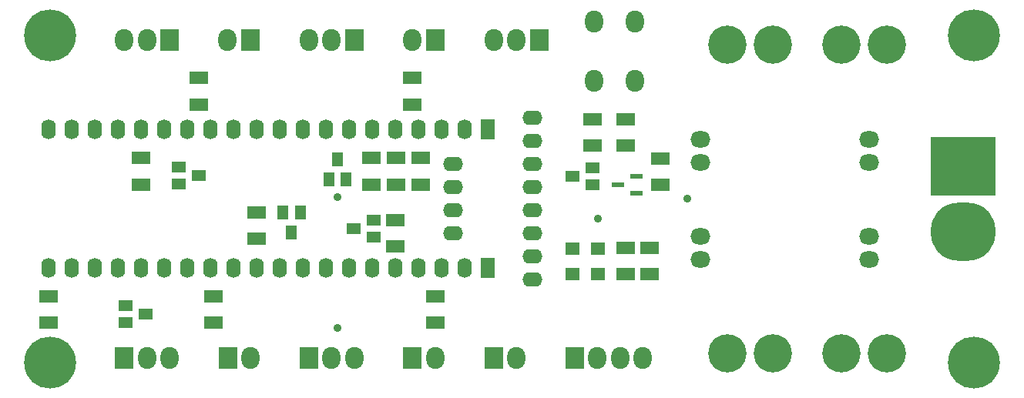
<source format=gbr>
%TF.GenerationSoftware,Altium Limited,Altium Designer,23.6.0 (18)*%
G04 Layer_Color=16711935*
%FSLAX45Y45*%
%MOMM*%
%TF.SameCoordinates,8109348C-C8A1-492E-8D21-29312D9C8BDA*%
%TF.FilePolarity,Negative*%
%TF.FileFunction,Soldermask,Bot*%
%TF.Part,Single*%
G01*
G75*
%TA.AperFunction,SMDPad,CuDef*%
%ADD42R,1.32080X0.55880*%
%TA.AperFunction,ViaPad*%
%ADD53C,5.70320*%
%TA.AperFunction,ComponentPad*%
%ADD54O,2.00320X2.40320*%
%ADD55O,2.00320X2.40320*%
%ADD56C,4.20320*%
%ADD57R,7.20320X6.40320*%
%ADD58O,7.20320X6.40320*%
%ADD59R,2.00320X2.40320*%
%ADD60O,2.20320X1.60320*%
%ADD61O,2.20320X1.80320*%
%ADD62O,1.60320X2.20320*%
%ADD63R,1.60320X2.20320*%
%TA.AperFunction,ViaPad*%
%ADD64C,0.90320*%
%TA.AperFunction,SMDPad,CuDef*%
%ADD65R,2.00320X1.35320*%
%ADD66R,1.60320X1.40320*%
%ADD67R,1.60320X1.20320*%
%ADD68R,1.20320X1.60320*%
D42*
X6739100Y2349996D02*
D03*
Y2159996D02*
D03*
X6535900Y2254996D02*
D03*
D53*
X10450000Y300000D02*
D03*
Y3900000D02*
D03*
X300000D02*
D03*
Y300000D02*
D03*
D54*
X6272500Y4050000D02*
D03*
X6722500Y4050000D02*
D03*
X6272500Y3400000D02*
D03*
X6722500D02*
D03*
D55*
X2248512Y3850000D02*
D03*
X4530512Y349999D02*
D03*
X2500512D02*
D03*
X4278512Y3850000D02*
D03*
X5420512Y349999D02*
D03*
X6560512D02*
D03*
X6810512D02*
D03*
X6310512D02*
D03*
X3390512Y3850000D02*
D03*
X3140512D02*
D03*
X1360100D02*
D03*
X1110100D02*
D03*
X5420512D02*
D03*
X5170512D02*
D03*
X3390512Y349999D02*
D03*
X3640512D02*
D03*
X1360100D02*
D03*
X1610100D02*
D03*
D56*
X9495000Y3800000D02*
D03*
X8995000D02*
D03*
X8240000D02*
D03*
X7740000D02*
D03*
Y400000D02*
D03*
X8240000D02*
D03*
X8995000D02*
D03*
X9495000D02*
D03*
D57*
X10330000Y2460000D02*
D03*
D58*
Y1740000D02*
D03*
D59*
X2250512Y349999D02*
D03*
X6060512D02*
D03*
X4528512Y3850000D02*
D03*
X3640512D02*
D03*
X2498512D02*
D03*
X1610100D02*
D03*
X5670512D02*
D03*
X3140512Y349999D02*
D03*
X4280512D02*
D03*
X1110100D02*
D03*
X5170512D02*
D03*
D60*
X5600000Y2989000D02*
D03*
Y2735000D02*
D03*
Y2481000D02*
D03*
Y2227000D02*
D03*
Y1973000D02*
D03*
Y1719000D02*
D03*
Y1465000D02*
D03*
Y1211000D02*
D03*
X4724400Y1973000D02*
D03*
Y1719000D02*
D03*
Y2227000D02*
D03*
Y2481000D02*
D03*
D61*
X9296800Y2759300D02*
D03*
Y1438500D02*
D03*
Y2505300D02*
D03*
X7442600Y1438500D02*
D03*
Y1692500D02*
D03*
X9296800D02*
D03*
X7442600Y2759300D02*
D03*
Y2505300D02*
D03*
D62*
X787400Y1338000D02*
D03*
X279400D02*
D03*
X533400D02*
D03*
X1295400D02*
D03*
X1041400D02*
D03*
X1803400D02*
D03*
X2057400D02*
D03*
X2819400D02*
D03*
X2311400D02*
D03*
X2565400D02*
D03*
X1549400D02*
D03*
X533400Y2862000D02*
D03*
X279400D02*
D03*
X787400D02*
D03*
X1549400D02*
D03*
X1041400D02*
D03*
X1295400D02*
D03*
X1803400D02*
D03*
X2565400D02*
D03*
X2057400D02*
D03*
X2311400D02*
D03*
X3327400Y1338000D02*
D03*
X3073400D02*
D03*
X4089400D02*
D03*
X3581400D02*
D03*
X3835400D02*
D03*
X4597400D02*
D03*
X4343400D02*
D03*
X4851400D02*
D03*
X3327400Y2862000D02*
D03*
X2819400D02*
D03*
X3073400D02*
D03*
X4089400D02*
D03*
X3581400D02*
D03*
X3835400D02*
D03*
X4343400D02*
D03*
X4597400D02*
D03*
X4851400D02*
D03*
D63*
X5105400Y1338000D02*
D03*
Y2862000D02*
D03*
D64*
X3455000Y2120000D02*
D03*
Y685000D02*
D03*
X6317500Y1882500D02*
D03*
X7300000Y2100000D02*
D03*
D65*
X7004994Y2255004D02*
D03*
Y2545004D02*
D03*
X6617500Y2684987D02*
D03*
Y2974987D02*
D03*
X6260006Y2977487D02*
D03*
Y2687487D02*
D03*
X4280018Y3140000D02*
D03*
Y3430000D02*
D03*
X4527520Y1030000D02*
D03*
Y740000D02*
D03*
X2565001Y1952499D02*
D03*
Y1662499D02*
D03*
X282500Y740001D02*
D03*
Y1030000D02*
D03*
X1295000Y2260000D02*
D03*
Y2550000D02*
D03*
X6624597Y1560000D02*
D03*
Y1270000D02*
D03*
X3830000Y2260000D02*
D03*
Y2550000D02*
D03*
X2095000Y740000D02*
D03*
Y1030000D02*
D03*
X1934997Y3430000D02*
D03*
Y3140000D02*
D03*
X6884989Y1270000D02*
D03*
Y1560000D02*
D03*
X4101252Y2550000D02*
D03*
Y2260000D02*
D03*
X4372503Y2550000D02*
D03*
X4372504Y2260000D02*
D03*
X4089998Y1577496D02*
D03*
X4089998Y1867496D02*
D03*
D66*
X6317497Y1269999D02*
D03*
Y1554999D02*
D03*
X6037501Y1269997D02*
D03*
Y1554998D02*
D03*
D67*
X6039999Y2349991D02*
D03*
X6259999Y2444991D02*
D03*
X1712502Y2261500D02*
D03*
X1932502Y2356500D02*
D03*
X3850000Y1868496D02*
D03*
X3630000Y1773496D02*
D03*
X1125000Y740001D02*
D03*
X1345000Y835001D02*
D03*
X6259999Y2254991D02*
D03*
X1712502Y2451500D02*
D03*
X3850000Y1678496D02*
D03*
X1125000Y930001D02*
D03*
D68*
X2855000Y1950000D02*
D03*
X3550000Y2316500D02*
D03*
X3455000Y2536500D02*
D03*
X2950000Y1730000D02*
D03*
X3045000Y1950000D02*
D03*
X3360000Y2316500D02*
D03*
%TF.MD5,48c0b11f3b50f5701123c363bd8e5d6d*%
M02*

</source>
